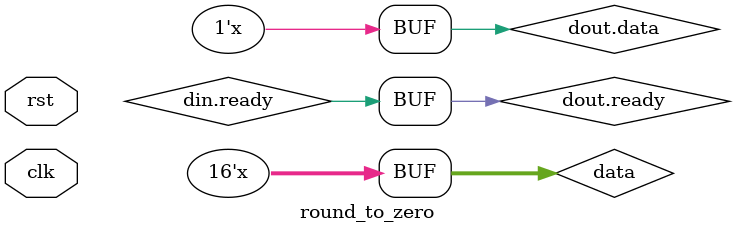
<source format=sv>
module round_to_zero #(
                       parameter NBITS = 0,
                       parameter DIN = 16
                       )
   (
    input logic clk,
    input       rst,
    dti.consumer din,
    dti.producer dout
    );

   assign dout.valid = din.valid;
   assign din.ready = dout.ready;

   logic [DIN-1:0] data;

   assign data = din.data[DIN-1:0] + { {(DIN-NBITS){1'b0}}, din.data[DIN-1], {(NBITS-1){!din.data[DIN-1]}}};
   assign dout.data = {{data[DIN-1:NBITS]}, {(NBITS){1'b0}} };

endmodule

</source>
